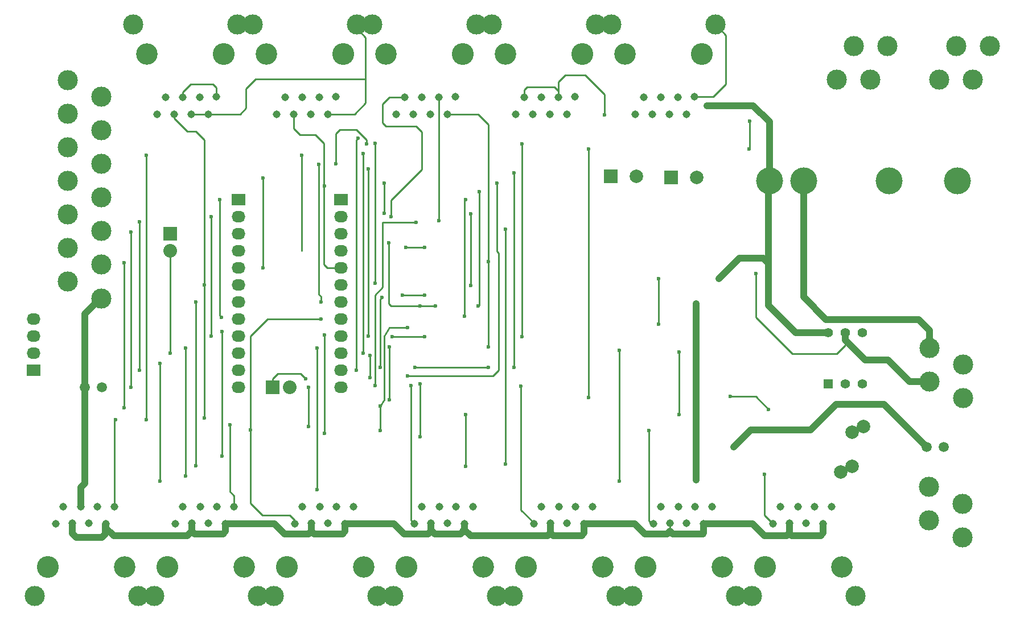
<source format=gbr>
G04 #@! TF.FileFunction,Copper,L2,Bot,Signal*
%FSLAX46Y46*%
G04 Gerber Fmt 4.6, Leading zero omitted, Abs format (unit mm)*
G04 Created by KiCad (PCBNEW (2015-05-13 BZR 5653)-product) date Sun 07 Jun 2015 11:31:40 AM CEST*
%MOMM*%
G01*
G04 APERTURE LIST*
%ADD10C,0.100000*%
%ADD11C,3.000000*%
%ADD12R,2.032000X2.032000*%
%ADD13O,2.032000X2.032000*%
%ADD14R,2.032000X1.727200*%
%ADD15O,2.032000X1.727200*%
%ADD16C,3.251200*%
%ADD17C,3.200400*%
%ADD18C,1.143000*%
%ADD19C,1.501140*%
%ADD20C,1.998980*%
%ADD21R,1.998980X1.998980*%
%ADD22R,1.397000X1.397000*%
%ADD23C,1.397000*%
%ADD24C,4.000000*%
%ADD25C,0.600000*%
%ADD26C,1.000000*%
%ADD27C,0.250000*%
G04 APERTURE END LIST*
D10*
D11*
X247474740Y-98672640D03*
X252476000Y-101172000D03*
X252476000Y-106172000D03*
X247474740Y-103672640D03*
D12*
X149860000Y-83820000D03*
D13*
X152400000Y-83820000D03*
D14*
X160020000Y-55880000D03*
D15*
X160020000Y-58420000D03*
X160020000Y-60960000D03*
X160020000Y-63500000D03*
X160020000Y-66040000D03*
X160020000Y-68580000D03*
X160020000Y-71120000D03*
X160020000Y-73660000D03*
X160020000Y-76200000D03*
X160020000Y-78740000D03*
X160020000Y-81280000D03*
X160020000Y-83820000D03*
D14*
X144780000Y-55880000D03*
D15*
X144780000Y-58420000D03*
X144780000Y-60960000D03*
X144780000Y-63500000D03*
X144780000Y-66040000D03*
X144780000Y-68580000D03*
X144780000Y-71120000D03*
X144780000Y-73660000D03*
X144780000Y-76200000D03*
X144780000Y-78740000D03*
X144780000Y-81280000D03*
X144780000Y-83820000D03*
D16*
X213741000Y-34188400D03*
D17*
X202285600Y-34188400D03*
D18*
X205079600Y-40640000D03*
X207619600Y-40665400D03*
X210134200Y-40665400D03*
X212608160Y-40622220D03*
X203809600Y-43180000D03*
X206349600Y-43180000D03*
X208864200Y-43180000D03*
X211429600Y-43180000D03*
D11*
X215741000Y-29840000D03*
X200280000Y-29840000D03*
D12*
X134620000Y-60960000D03*
D13*
X134620000Y-63500000D03*
D19*
X121920000Y-83820000D03*
X124460000Y-83820000D03*
X249682000Y-92710000D03*
X247142000Y-92710000D03*
D20*
X237792260Y-89689940D03*
X234393740Y-96492060D03*
X236093000Y-90551000D03*
X236093000Y-95631000D03*
D16*
X142621000Y-34188400D03*
D17*
X131165600Y-34188400D03*
D18*
X133959600Y-40640000D03*
X136499600Y-40665400D03*
X139014200Y-40665400D03*
X141488160Y-40622220D03*
X132689600Y-43180000D03*
X135229600Y-43180000D03*
X137744200Y-43180000D03*
X140309600Y-43180000D03*
D11*
X144621000Y-29840000D03*
X129160000Y-29840000D03*
D20*
X212979000Y-52578000D03*
D21*
X209169000Y-52578000D03*
D20*
X203962000Y-52451000D03*
D21*
X200152000Y-52451000D03*
D16*
X116459000Y-110591600D03*
D17*
X127914400Y-110591600D03*
D18*
X125120400Y-104140000D03*
X122580400Y-104114600D03*
X120065800Y-104114600D03*
X117591840Y-104157780D03*
X126390400Y-101600000D03*
X123850400Y-101600000D03*
X121335800Y-101600000D03*
X118770400Y-101600000D03*
D11*
X114459000Y-114940000D03*
X129920000Y-114940000D03*
D16*
X134239000Y-110591600D03*
D17*
X145694400Y-110591600D03*
D18*
X142900400Y-104140000D03*
X140360400Y-104114600D03*
X137845800Y-104114600D03*
X135371840Y-104157780D03*
X144170400Y-101600000D03*
X141630400Y-101600000D03*
X139115800Y-101600000D03*
X136550400Y-101600000D03*
D11*
X132239000Y-114940000D03*
X147700000Y-114940000D03*
D16*
X195961000Y-34188400D03*
D17*
X184505600Y-34188400D03*
D18*
X187299600Y-40640000D03*
X189839600Y-40665400D03*
X192354200Y-40665400D03*
X194828160Y-40622220D03*
X186029600Y-43180000D03*
X188569600Y-43180000D03*
X191084200Y-43180000D03*
X193649600Y-43180000D03*
D11*
X197961000Y-29840000D03*
X182500000Y-29840000D03*
D16*
X223139000Y-110591600D03*
D17*
X234594400Y-110591600D03*
D18*
X231800400Y-104140000D03*
X229260400Y-104114600D03*
X226745800Y-104114600D03*
X224271840Y-104157780D03*
X233070400Y-101600000D03*
X230530400Y-101600000D03*
X228015800Y-101600000D03*
X225450400Y-101600000D03*
D11*
X221139000Y-114940000D03*
X236600000Y-114940000D03*
X249040640Y-38021260D03*
X251540000Y-33020000D03*
X256540000Y-33020000D03*
X254040640Y-38021260D03*
X233800640Y-38021260D03*
X236300000Y-33020000D03*
X241300000Y-33020000D03*
X238800640Y-38021260D03*
X247601740Y-77971640D03*
X252603000Y-80471000D03*
X252603000Y-85471000D03*
X247601740Y-82971640D03*
D22*
X232537000Y-83312000D03*
D23*
X235077000Y-83312000D03*
X237617000Y-83312000D03*
X237617000Y-75692000D03*
X235077000Y-75692000D03*
X232537000Y-75692000D03*
D14*
X114300000Y-81280000D03*
D15*
X114300000Y-78740000D03*
X114300000Y-76200000D03*
X114300000Y-73660000D03*
D11*
X119380000Y-68100000D03*
X124381260Y-70599360D03*
X124381260Y-65599360D03*
X119380000Y-63100000D03*
X119380000Y-58100000D03*
X124381260Y-60599360D03*
X124381260Y-55599360D03*
X119380000Y-53100000D03*
X119380000Y-48100000D03*
X124381260Y-50599360D03*
X124381260Y-45599360D03*
X119380000Y-43100000D03*
X119380000Y-38100000D03*
X124381260Y-40599360D03*
D16*
X152019000Y-110591600D03*
D17*
X163474400Y-110591600D03*
D18*
X160680400Y-104140000D03*
X158140400Y-104114600D03*
X155625800Y-104114600D03*
X153151840Y-104157780D03*
X161950400Y-101600000D03*
X159410400Y-101600000D03*
X156895800Y-101600000D03*
X154330400Y-101600000D03*
D11*
X150019000Y-114940000D03*
X165480000Y-114940000D03*
D16*
X169799000Y-110591600D03*
D17*
X181254400Y-110591600D03*
D18*
X178460400Y-104140000D03*
X175920400Y-104114600D03*
X173405800Y-104114600D03*
X170931840Y-104157780D03*
X179730400Y-101600000D03*
X177190400Y-101600000D03*
X174675800Y-101600000D03*
X172110400Y-101600000D03*
D11*
X167799000Y-114940000D03*
X183260000Y-114940000D03*
D16*
X178181000Y-34188400D03*
D17*
X166725600Y-34188400D03*
D18*
X169519600Y-40640000D03*
X172059600Y-40665400D03*
X174574200Y-40665400D03*
X177048160Y-40622220D03*
X168249600Y-43180000D03*
X170789600Y-43180000D03*
X173304200Y-43180000D03*
X175869600Y-43180000D03*
D11*
X180181000Y-29840000D03*
X164720000Y-29840000D03*
D16*
X160401000Y-34188400D03*
D17*
X148945600Y-34188400D03*
D18*
X151739600Y-40640000D03*
X154279600Y-40665400D03*
X156794200Y-40665400D03*
X159268160Y-40622220D03*
X150469600Y-43180000D03*
X153009600Y-43180000D03*
X155524200Y-43180000D03*
X158089600Y-43180000D03*
D11*
X162401000Y-29840000D03*
X146940000Y-29840000D03*
D16*
X187579000Y-110591600D03*
D17*
X199034400Y-110591600D03*
D18*
X196240400Y-104140000D03*
X193700400Y-104114600D03*
X191185800Y-104114600D03*
X188711840Y-104157780D03*
X197510400Y-101600000D03*
X194970400Y-101600000D03*
X192455800Y-101600000D03*
X189890400Y-101600000D03*
D11*
X185579000Y-114940000D03*
X201040000Y-114940000D03*
D16*
X205359000Y-110591600D03*
D17*
X216814400Y-110591600D03*
D18*
X214020400Y-104140000D03*
X211480400Y-104114600D03*
X208965800Y-104114600D03*
X206491840Y-104157780D03*
X215290400Y-101600000D03*
X212750400Y-101600000D03*
X210235800Y-101600000D03*
X207670400Y-101600000D03*
D11*
X203359000Y-114940000D03*
X218820000Y-114940000D03*
D24*
X251714000Y-53086000D03*
X241554000Y-53086000D03*
X228854000Y-53086000D03*
X223774000Y-53086000D03*
D25*
X212852000Y-97663000D03*
X212852000Y-71374000D03*
X162401000Y-29840000D03*
X181991000Y-77851000D03*
X181991000Y-65151000D03*
X216281000Y-67691000D03*
X214503000Y-41910000D03*
X186817000Y-83693000D03*
X154813000Y-82550000D03*
X164338000Y-82423000D03*
X164338000Y-79121000D03*
X165862000Y-90297000D03*
X205867000Y-90297000D03*
X155194000Y-83820000D03*
X155194000Y-89662000D03*
X165862000Y-86614000D03*
X169926000Y-74930000D03*
X207264000Y-74422000D03*
X207264000Y-67691000D03*
X156464000Y-99060000D03*
X156464000Y-77978000D03*
X167513000Y-58420000D03*
X169672000Y-62992000D03*
X172466000Y-62992000D03*
X172466000Y-70104000D03*
X169164000Y-70104000D03*
X174625000Y-59055000D03*
X165862000Y-80899000D03*
X166116000Y-70485000D03*
X157607000Y-53848000D03*
X169926000Y-82169000D03*
X183261000Y-53467000D03*
X166497000Y-53467000D03*
X166497000Y-57912000D03*
X186944000Y-47625000D03*
X186944000Y-76327000D03*
X165100000Y-68326000D03*
X165100000Y-47498000D03*
X170434000Y-83566000D03*
X156718000Y-50673000D03*
X159258000Y-50546000D03*
X163830000Y-47625000D03*
X185801000Y-51943000D03*
X185801000Y-80899000D03*
X181991000Y-80899000D03*
X171069000Y-80899000D03*
X157099000Y-71120000D03*
X171831000Y-91186000D03*
X171831000Y-83312000D03*
X146558000Y-90170000D03*
X157099000Y-73660000D03*
X164084000Y-76200000D03*
X164084000Y-51308000D03*
X163322000Y-78740000D03*
X163322000Y-49022000D03*
X162306000Y-81280000D03*
X162560000Y-46736000D03*
X127762000Y-86868000D03*
X127762000Y-65278000D03*
X141986000Y-55880000D03*
X142240000Y-73406000D03*
X140716000Y-58420000D03*
X140716000Y-76200000D03*
X134620000Y-78740000D03*
X148463000Y-66040000D03*
X148463000Y-52705000D03*
X178435000Y-73279000D03*
X178562000Y-55880000D03*
X139700000Y-88392000D03*
X165100000Y-83566000D03*
X171196000Y-59309000D03*
X139700000Y-68580000D03*
X210312000Y-78613000D03*
X210312000Y-87884000D03*
X178562000Y-87884000D03*
X178562000Y-95631000D03*
X138430000Y-95504000D03*
X138430000Y-71120000D03*
X142367000Y-75565000D03*
X142367000Y-94107000D03*
X223012000Y-96774000D03*
X136906000Y-97028000D03*
X136906000Y-77978000D03*
X133096000Y-80264000D03*
X133096000Y-97790000D03*
X201422000Y-97790000D03*
X201422000Y-78359000D03*
X130048000Y-81280000D03*
X130048000Y-59182000D03*
X128778000Y-83820000D03*
X128778000Y-60706000D03*
X218440000Y-92710000D03*
X220853000Y-44196000D03*
X220726000Y-48387000D03*
X221742000Y-66929000D03*
X167132000Y-62357000D03*
X180594000Y-54737000D03*
X180467000Y-71755000D03*
X174117000Y-71755000D03*
X171831000Y-71755000D03*
X154178000Y-49276000D03*
X131064000Y-49276000D03*
X131064000Y-88646000D03*
X126492000Y-88646000D03*
X143510000Y-89408000D03*
X167259000Y-77851000D03*
X167259000Y-85725000D03*
X157607000Y-90678000D03*
X157607000Y-76073000D03*
X199263000Y-43307000D03*
X196850000Y-48387000D03*
X196850000Y-85344000D03*
X217932000Y-85217000D03*
X223647000Y-87122000D03*
X172466000Y-76327000D03*
X167640000Y-76327000D03*
X179324000Y-58039000D03*
X179324000Y-68707000D03*
X184531000Y-95250000D03*
X184531000Y-60325000D03*
D26*
X212852000Y-79502000D02*
X212852000Y-97663000D01*
X212852000Y-71374000D02*
X212852000Y-79502000D01*
D27*
X140309600Y-43180000D02*
X145034000Y-43180000D01*
X147320000Y-37973000D02*
X163703000Y-37973000D01*
X145923000Y-39370000D02*
X147320000Y-37973000D01*
X145923000Y-42291000D02*
X145923000Y-39370000D01*
X145034000Y-43180000D02*
X145923000Y-42291000D01*
X137744200Y-43180000D02*
X140309600Y-43180000D01*
X158089600Y-43180000D02*
X162052000Y-43180000D01*
X163703000Y-41529000D02*
X163703000Y-37973000D01*
X162052000Y-43180000D02*
X163703000Y-41529000D01*
X163703000Y-31750000D02*
X162401000Y-30448000D01*
X163703000Y-37973000D02*
X163703000Y-31750000D01*
X162401000Y-30448000D02*
X162401000Y-29840000D01*
X181991000Y-65151000D02*
X181991000Y-44704000D01*
X180467000Y-43180000D02*
X175869600Y-43180000D01*
X181991000Y-44704000D02*
X180467000Y-43180000D01*
X181991000Y-65151000D02*
X181991000Y-77851000D01*
D26*
X222885000Y-64643000D02*
X223647000Y-65405000D01*
X219329000Y-64643000D02*
X222885000Y-64643000D01*
X216281000Y-67691000D02*
X219329000Y-64643000D01*
X121920000Y-83820000D02*
X121920000Y-98171000D01*
X121335800Y-98755200D02*
X121335800Y-101600000D01*
X121920000Y-98171000D02*
X121335800Y-98755200D01*
X124381260Y-70599360D02*
X124218640Y-70599360D01*
X124218640Y-70599360D02*
X121920000Y-72898000D01*
X121920000Y-72898000D02*
X121920000Y-83820000D01*
D27*
X132239000Y-114586000D02*
X132239000Y-114940000D01*
D26*
X214503000Y-41910000D02*
X221361000Y-41910000D01*
X221361000Y-41910000D02*
X223774000Y-44323000D01*
X223774000Y-44323000D02*
X223774000Y-53086000D01*
D27*
X215409780Y-40622220D02*
X217297000Y-38735000D01*
X217297000Y-38735000D02*
X217297000Y-31396000D01*
X217297000Y-31396000D02*
X215741000Y-29840000D01*
X212608160Y-40622220D02*
X215409780Y-40622220D01*
D26*
X223647000Y-53213000D02*
X223774000Y-53086000D01*
X227711000Y-75692000D02*
X223647000Y-71628000D01*
X232537000Y-75692000D02*
X227711000Y-75692000D01*
X223647000Y-71628000D02*
X223647000Y-65405000D01*
X223647000Y-65405000D02*
X223647000Y-53213000D01*
D27*
X188711840Y-104157780D02*
X188711840Y-104002840D01*
X188711840Y-104002840D02*
X186817000Y-102108000D01*
X186817000Y-84074000D02*
X186817000Y-83693000D01*
X186817000Y-102108000D02*
X186817000Y-84074000D01*
X149860000Y-82550000D02*
X149860000Y-83820000D01*
X150622000Y-81788000D02*
X149860000Y-82550000D01*
X154051000Y-81788000D02*
X150622000Y-81788000D01*
X154813000Y-82550000D02*
X154051000Y-81788000D01*
X164338000Y-79121000D02*
X164338000Y-82423000D01*
X188722000Y-104167940D02*
X188711840Y-104157780D01*
X206491840Y-104157780D02*
X206265780Y-104157780D01*
X206265780Y-104157780D02*
X205867000Y-103759000D01*
X165862000Y-90297000D02*
X165862000Y-86614000D01*
X205867000Y-103759000D02*
X205867000Y-90297000D01*
X155194000Y-89662000D02*
X155194000Y-83820000D01*
X166497000Y-76200000D02*
X166497000Y-85725000D01*
X166497000Y-85725000D02*
X165862000Y-86614000D01*
X167259000Y-74930000D02*
X166497000Y-76200000D01*
X169926000Y-74930000D02*
X168021000Y-74930000D01*
X168021000Y-74930000D02*
X167259000Y-74930000D01*
X211455000Y-104140000D02*
X211480400Y-104114600D01*
X207264000Y-67691000D02*
X207264000Y-74422000D01*
D26*
X120065800Y-104114600D02*
X120065800Y-105587800D01*
X124968000Y-105664000D02*
X124968000Y-104292400D01*
X124460000Y-106172000D02*
X124968000Y-105664000D01*
X123952000Y-106172000D02*
X124460000Y-106172000D01*
X120650000Y-106172000D02*
X123952000Y-106172000D01*
X120065800Y-105587800D02*
X120650000Y-106172000D01*
X124968000Y-104292400D02*
X125120400Y-104140000D01*
X226745800Y-104114600D02*
X226745800Y-105587800D01*
X226745800Y-105587800D02*
X227076000Y-105918000D01*
X227076000Y-105918000D02*
X231394000Y-105918000D01*
X231394000Y-105918000D02*
X231800400Y-105511600D01*
X231800400Y-105511600D02*
X231800400Y-104140000D01*
X214020400Y-104140000D02*
X221234000Y-104140000D01*
X221234000Y-104140000D02*
X223012000Y-105918000D01*
X223012000Y-105918000D02*
X226314000Y-105918000D01*
X226314000Y-105918000D02*
X226745800Y-105486200D01*
X226745800Y-105486200D02*
X226745800Y-104114600D01*
D27*
X208965800Y-104114600D02*
X208965800Y-105232200D01*
D26*
X208965800Y-105232200D02*
X209397600Y-105664000D01*
X209397600Y-105664000D02*
X213868000Y-105664000D01*
X213868000Y-105664000D02*
X214020400Y-105511600D01*
X214020400Y-105511600D02*
X214020400Y-104140000D01*
X196240400Y-104140000D02*
X203708000Y-104140000D01*
X203708000Y-104140000D02*
X205232000Y-105664000D01*
X205232000Y-105664000D02*
X208534000Y-105664000D01*
X208534000Y-105664000D02*
X208965800Y-105232200D01*
X191185800Y-104114600D02*
X191185800Y-105486200D01*
X191185800Y-105486200D02*
X191617600Y-105918000D01*
X191617600Y-105918000D02*
X195834000Y-105918000D01*
X195834000Y-105918000D02*
X196240400Y-105511600D01*
X196240400Y-105511600D02*
X196240400Y-104140000D01*
X178460400Y-104140000D02*
X178460400Y-105054400D01*
X178460400Y-105054400D02*
X179324000Y-105918000D01*
X179324000Y-105918000D02*
X190754000Y-105918000D01*
X190754000Y-105918000D02*
X191185800Y-105486200D01*
D27*
X156464000Y-77978000D02*
X156464000Y-99060000D01*
D26*
X173405800Y-104114600D02*
X173405800Y-105079800D01*
X173405800Y-105079800D02*
X173990000Y-105664000D01*
X173990000Y-105664000D02*
X177800000Y-105664000D01*
X177800000Y-105664000D02*
X178460400Y-105003600D01*
X178460400Y-105003600D02*
X178460400Y-104140000D01*
X160680400Y-104140000D02*
X167894000Y-104140000D01*
X173405800Y-105232200D02*
X173405800Y-104114600D01*
X172974000Y-105664000D02*
X173405800Y-105232200D01*
X169418000Y-105664000D02*
X172974000Y-105664000D01*
X167894000Y-104140000D02*
X169418000Y-105664000D01*
X155625800Y-104114600D02*
X155625800Y-105232200D01*
X155625800Y-105232200D02*
X156057600Y-105664000D01*
X160680400Y-105257600D02*
X160680400Y-104140000D01*
X160274000Y-105664000D02*
X160680400Y-105257600D01*
X156057600Y-105664000D02*
X160274000Y-105664000D01*
X142900400Y-104140000D02*
X150114000Y-104140000D01*
X150114000Y-104140000D02*
X151638000Y-105664000D01*
X151638000Y-105664000D02*
X155194000Y-105664000D01*
X155194000Y-105664000D02*
X155625800Y-105232200D01*
X137845800Y-104114600D02*
X137845800Y-105232200D01*
X137845800Y-105232200D02*
X138277600Y-105664000D01*
X138277600Y-105664000D02*
X142494000Y-105664000D01*
X142494000Y-105664000D02*
X142900400Y-105257600D01*
X142900400Y-105257600D02*
X142900400Y-104140000D01*
X125120400Y-104140000D02*
X125120400Y-104800400D01*
X125120400Y-104800400D02*
X126238000Y-105918000D01*
X126238000Y-105918000D02*
X137160000Y-105918000D01*
X137160000Y-105918000D02*
X137845800Y-105232200D01*
D27*
X167259000Y-40640000D02*
X169519600Y-40640000D01*
X166243000Y-41656000D02*
X167259000Y-40640000D01*
X166243000Y-44450000D02*
X166243000Y-41656000D01*
X166751000Y-44958000D02*
X166243000Y-44450000D01*
X171196000Y-44958000D02*
X166751000Y-44958000D01*
X172085000Y-45847000D02*
X171196000Y-44958000D01*
X172085000Y-51435000D02*
X172085000Y-45847000D01*
X167513000Y-56007000D02*
X172085000Y-51435000D01*
X167513000Y-58420000D02*
X167513000Y-56007000D01*
X172466000Y-62992000D02*
X169672000Y-62992000D01*
X169164000Y-70104000D02*
X172466000Y-70104000D01*
X174574200Y-40665400D02*
X174574200Y-59004200D01*
X174574200Y-59004200D02*
X174625000Y-59055000D01*
X165862000Y-70739000D02*
X165862000Y-80899000D01*
X166116000Y-70485000D02*
X165862000Y-70739000D01*
X169926000Y-82169000D02*
X182626000Y-82169000D01*
X182626000Y-82169000D02*
X183515000Y-81280000D01*
X183515000Y-81280000D02*
X183515000Y-63881000D01*
X183515000Y-63881000D02*
X183261000Y-63627000D01*
X183261000Y-63627000D02*
X183261000Y-53467000D01*
X166497000Y-53467000D02*
X166497000Y-57912000D01*
X153009600Y-43180000D02*
X153009600Y-45313600D01*
X157988000Y-66040000D02*
X160020000Y-66040000D01*
X157480000Y-65532000D02*
X157988000Y-66040000D01*
X157480000Y-47498000D02*
X157480000Y-65532000D01*
X156210000Y-46228000D02*
X157480000Y-47498000D01*
X153924000Y-46228000D02*
X156210000Y-46228000D01*
X153009600Y-45313600D02*
X153924000Y-46228000D01*
X186944000Y-76327000D02*
X186944000Y-47625000D01*
X165100000Y-47498000D02*
X165100000Y-68326000D01*
X170434000Y-103632000D02*
X170931840Y-104129840D01*
X170434000Y-83566000D02*
X170434000Y-103632000D01*
X170931840Y-104129840D02*
X170931840Y-104157780D01*
X157099000Y-70358000D02*
X157099000Y-71120000D01*
X156718000Y-69977000D02*
X157099000Y-70358000D01*
X156718000Y-50673000D02*
X156718000Y-69977000D01*
X159258000Y-46101000D02*
X159258000Y-50546000D01*
X159893000Y-45466000D02*
X159258000Y-46101000D01*
X162306000Y-45466000D02*
X159893000Y-45466000D01*
X163830000Y-46990000D02*
X162306000Y-45466000D01*
X163830000Y-47625000D02*
X163830000Y-46990000D01*
X185801000Y-80899000D02*
X185801000Y-51943000D01*
X171069000Y-80899000D02*
X181991000Y-80899000D01*
X170931840Y-104129840D02*
X170931840Y-104157780D01*
X170942000Y-104167940D02*
X170931840Y-104157780D01*
X170931840Y-104157780D02*
X170832780Y-104157780D01*
X146558000Y-90170000D02*
X146558000Y-101092000D01*
X152400000Y-102870000D02*
X153151840Y-103621840D01*
X148336000Y-102870000D02*
X152400000Y-102870000D01*
X146558000Y-101092000D02*
X148336000Y-102870000D01*
X153151840Y-103621840D02*
X153151840Y-104157780D01*
X171831000Y-83312000D02*
X171831000Y-91186000D01*
X146558000Y-76200000D02*
X146558000Y-90170000D01*
X149098000Y-73660000D02*
X146558000Y-76200000D01*
X157099000Y-73660000D02*
X149098000Y-73660000D01*
X153289000Y-104294940D02*
X153151840Y-104157780D01*
X164084000Y-51308000D02*
X164084000Y-76200000D01*
X163322000Y-49022000D02*
X163322000Y-78740000D01*
X162306000Y-46990000D02*
X162306000Y-81280000D01*
X162560000Y-46736000D02*
X162306000Y-46990000D01*
X127762000Y-65278000D02*
X127762000Y-86868000D01*
X125603000Y-66040000D02*
X123444000Y-66040000D01*
X141986000Y-73152000D02*
X141986000Y-55880000D01*
X142240000Y-73406000D02*
X141986000Y-73152000D01*
X140716000Y-76200000D02*
X140716000Y-58420000D01*
X114427000Y-76200000D02*
X114300000Y-76200000D01*
X134620000Y-78740000D02*
X134620000Y-63500000D01*
X148463000Y-52705000D02*
X148463000Y-66040000D01*
X178435000Y-56007000D02*
X178435000Y-73279000D01*
X178562000Y-55880000D02*
X178435000Y-56007000D01*
X139700000Y-88392000D02*
X139700000Y-68580000D01*
X165100000Y-70104000D02*
X165100000Y-83566000D01*
X166243000Y-68961000D02*
X165100000Y-70104000D01*
X166243000Y-59309000D02*
X166243000Y-68961000D01*
X171196000Y-59309000D02*
X166243000Y-59309000D01*
X135229600Y-43180000D02*
X135229600Y-43789600D01*
X139700000Y-46990000D02*
X139700000Y-68580000D01*
X138430000Y-45720000D02*
X139700000Y-46990000D01*
X137160000Y-45720000D02*
X138430000Y-45720000D01*
X135229600Y-43789600D02*
X137160000Y-45720000D01*
X136499600Y-40665400D02*
X136499600Y-39903400D01*
X141488160Y-39253160D02*
X141488160Y-40622220D01*
X140970000Y-38735000D02*
X141488160Y-39253160D01*
X137668000Y-38735000D02*
X140970000Y-38735000D01*
X136499600Y-39903400D02*
X137668000Y-38735000D01*
X210312000Y-87884000D02*
X210312000Y-78613000D01*
X178562000Y-95631000D02*
X178562000Y-87884000D01*
X138430000Y-71120000D02*
X138430000Y-95504000D01*
X142367000Y-94107000D02*
X142367000Y-75565000D01*
X233045000Y-101574600D02*
X233070400Y-101600000D01*
X223012000Y-102870000D02*
X224271840Y-104129840D01*
X223012000Y-96774000D02*
X223012000Y-102870000D01*
X136906000Y-77978000D02*
X136906000Y-97028000D01*
X224271840Y-104129840D02*
X224271840Y-104157780D01*
X224271840Y-103875840D02*
X224271840Y-104157780D01*
X224271840Y-104157780D02*
X224172780Y-104157780D01*
X133096000Y-80264000D02*
X133096000Y-97790000D01*
X201422000Y-97790000D02*
X201422000Y-78359000D01*
X130048000Y-59182000D02*
X130048000Y-81280000D01*
X128778000Y-60706000D02*
X128778000Y-83820000D01*
D26*
X240792000Y-86360000D02*
X247142000Y-92710000D01*
X233680000Y-86360000D02*
X240792000Y-86360000D01*
X229870000Y-90170000D02*
X233680000Y-86360000D01*
X220980000Y-90170000D02*
X229870000Y-90170000D01*
X218440000Y-92710000D02*
X220980000Y-90170000D01*
X228854000Y-70408800D02*
X232206800Y-73761600D01*
X232206800Y-73761600D02*
X245973600Y-73761600D01*
X245973600Y-73761600D02*
X247601740Y-75389740D01*
X247601740Y-75389740D02*
X247601740Y-77971640D01*
X228854000Y-53086000D02*
X228854000Y-70408800D01*
D27*
X235077000Y-75692000D02*
X235077000Y-77597000D01*
X220853000Y-48260000D02*
X220853000Y-44196000D01*
X220726000Y-48387000D02*
X220853000Y-48260000D01*
X221742000Y-73406000D02*
X221742000Y-66929000D01*
X227203000Y-78867000D02*
X221742000Y-73406000D01*
X233807000Y-78867000D02*
X227203000Y-78867000D01*
X235077000Y-77597000D02*
X233807000Y-78867000D01*
D26*
X235077000Y-75692000D02*
X235077000Y-76835000D01*
X244642640Y-82971640D02*
X247601740Y-82971640D01*
X241427000Y-79756000D02*
X244642640Y-82971640D01*
X237998000Y-79756000D02*
X241427000Y-79756000D01*
X235077000Y-76835000D02*
X237998000Y-79756000D01*
D27*
X171831000Y-71755000D02*
X167513000Y-71755000D01*
X167132000Y-71374000D02*
X167132000Y-62357000D01*
X167513000Y-71755000D02*
X167132000Y-71374000D01*
X180594000Y-71628000D02*
X180594000Y-54737000D01*
X180467000Y-71755000D02*
X180594000Y-71628000D01*
X171831000Y-71755000D02*
X174117000Y-71755000D01*
X126390400Y-101600000D02*
X126390400Y-88747600D01*
X154178000Y-49276000D02*
X154178000Y-63500000D01*
X131064000Y-88646000D02*
X131064000Y-49276000D01*
X126390400Y-88747600D02*
X126492000Y-88646000D01*
X117602000Y-104167940D02*
X117591840Y-104157780D01*
X144170400Y-99974400D02*
X144170400Y-101600000D01*
X143510000Y-99314000D02*
X144170400Y-99974400D01*
X143510000Y-89408000D02*
X143510000Y-99314000D01*
X167259000Y-85725000D02*
X167259000Y-77851000D01*
X157607000Y-76073000D02*
X157607000Y-90678000D01*
X140462000Y-104216200D02*
X140360400Y-104114600D01*
X192354200Y-38404800D02*
X192354200Y-40665400D01*
X193421000Y-37338000D02*
X192354200Y-38404800D01*
X196342000Y-37338000D02*
X193421000Y-37338000D01*
X199263000Y-40259000D02*
X196342000Y-37338000D01*
X199263000Y-43307000D02*
X199263000Y-40259000D01*
X196850000Y-85344000D02*
X196850000Y-48387000D01*
X221742000Y-85217000D02*
X217932000Y-85217000D01*
X223647000Y-87122000D02*
X221742000Y-85217000D01*
X187299600Y-39522400D02*
X187706000Y-39116000D01*
X187706000Y-39116000D02*
X191770000Y-39116000D01*
X191770000Y-39116000D02*
X192354200Y-39700200D01*
X192354200Y-39700200D02*
X192354200Y-40665400D01*
X187299600Y-40640000D02*
X187299600Y-39522400D01*
X167640000Y-76327000D02*
X172466000Y-76327000D01*
X179324000Y-68707000D02*
X179324000Y-58039000D01*
X184531000Y-60325000D02*
X184531000Y-95250000D01*
M02*

</source>
